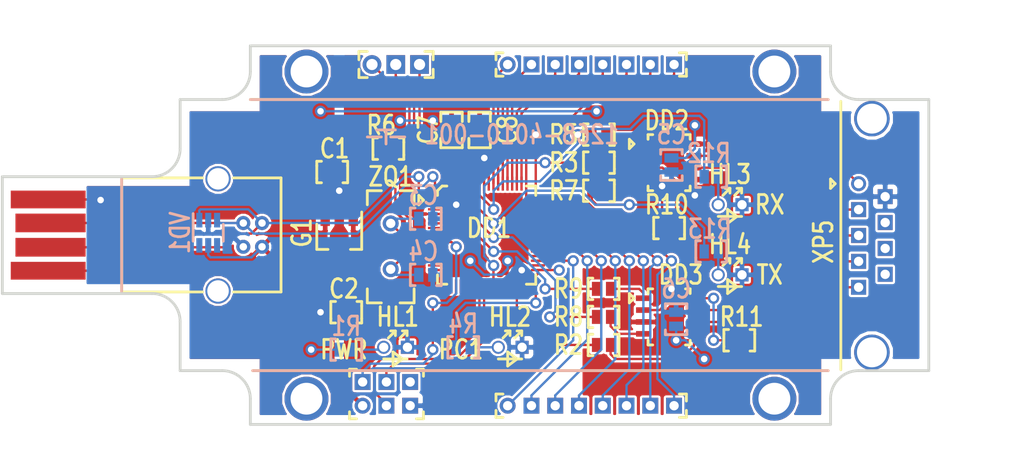
<source format=kicad_pcb>
(kicad_pcb (version 20171130) (host pcbnew "(5.0.0)")
  (layers (0 F.Cu signal) (31 B.Cu signal) (34 B.Paste user hide) (35 F.Paste user hide) (36 B.SilkS user) (37 F.SilkS user) (38 B.Mask user) (39 F.Mask user) (44 Edge.Cuts user))
  (net 0 "")
  (net 1 GND)
  (net 2 5В)
  (net 3 3B)
  (net 4 D+)
  (net 5 PA7)
  (net 6 D-)
  (net 7 "Net-(DD1-Pad47)")
  (net 8 "Net-(DD1-Pad46)")
  (net 9 "Net-(DD1-Pad45)")
  (net 10 "Net-(DD1-Pad5)")
  (net 11 PB7)
  (net 12 "Net-(DD1-Pad6)")
  (net 13 PB6)
  (net 14 "Net-(DD1-Pad7)")
  (net 15 PB5)
  (net 16 "Net-(DD1-Pad8)")
  (net 17 "Net-(DD1-Pad9)")
  (net 18 RESET)
  (net 19 PB4)
  (net 20 PB3)
  (net 21 PB2)
  (net 22 "Net-(DD1-Pad13)")
  (net 23 PB1)
  (net 24 "Net-(DD1-Pad14)")
  (net 25 PB0)
  (net 26 "Net-(DD1-Pad15)")
  (net 27 "Net-(DD1-Pad34)")
  (net 28 "Net-(DD1-Pad16)")
  (net 29 "Net-(DD1-Pad33)")
  (net 30 "Net-(DD1-Pad17)")
  (net 31 "Net-(DD1-Pad18)")
  (net 32 "Net-(DD1-Pad19)")
  (net 33 "Net-(DD1-Pad20)")
  (net 34 "Net-(DD1-Pad21)")
  (net 35 "Net-(DD1-Pad22)")
  (net 36 TMS)
  (net 37 TCK)
  (net 38 "Net-(DD1-Pad25)")
  (net 39 "Net-(DD1-Pad26)")
  (net 40 "Net-(DD1-Pad27)")
  (net 41 "Net-(DD1-Pad28)")
  (net 42 "Net-(DD1-Pad31)")
  (net 43 "Net-(DD1-Pad32)")
  (net 44 "Net-(DD1-Pad64)")
  (net 45 "Net-(DD1-Pad63)")
  (net 46 "Net-(DD1-Pad62)")
  (net 47 "Net-(DD1-Pad61)")
  (net 48 "Net-(DD1-Pad60)")
  (net 49 "Net-(DD1-Pad59)")
  (net 50 "Net-(DD1-Pad58)")
  (net 51 PA0)
  (net 52 PA1)
  (net 53 PA2)
  (net 54 PA3)
  (net 55 PA4)
  (net 56 PA5)
  (net 57 PA6)
  (net 58 U2RX)
  (net 59 PE1-RSen)
  (net 60 U2TX)
  (net 61 B)
  (net 62 A)
  (net 63 PE2-CANen)
  (net 64 L)
  (net 65 H)
  (net 66 "Net-(DD3-Pad8)")
  (net 67 C2RX)
  (net 68 C2TX)
  (net 69 "Net-(HL1-Pad1)")
  (net 70 "Net-(HL2-Pad1)")
  (net 71 "Net-(VD1-Pad6)")
  (net 72 "Net-(VD1-Pad4)")
  (net 73 "Net-(XP2-Pad6)")
  (net 74 "Net-(HL3-Pad1)")
  (net 75 "Net-(HL4-Pad1)")
  (net 76 /Osc+)
  (net 77 /Osc-)
  (module N_X:DSUB-9_Female_Horizontal_P2.77x2.84mm_EdgePinOffset7.70mm_Housed_MountingHolesOffset9.12mm (layer F.Cu) (at 209.5 118.25 90)
    (fp_text reference XP5 (at -6.21 -3.76 90) (layer F.SilkS) (effects (font (size 2 1.6) (thickness 0.3))))
    (fp_text value Вилка_СНП346-6ВП21-1-В hide)
    (pad 0 thru_hole circle (at 6.96 1.42 90) (size 3.8 3.8) (drill 3.2) (layers *.Cu *.Mask))
    (pad 0 thru_hole circle (at -18.04 1.42 90) (size 3.8 3.8) (drill 3.2) (layers *.Cu *.Mask))
    (pad 9 thru_hole rect (at -9.695 2.84 90) (size 1.6 1.6) (drill 1) (layers *.Cu *.Mask))
    (pad 8 thru_hole rect (at -6.925 2.84 90) (size 1.6 1.6) (drill 1) (layers *.Cu *.Mask))
    (pad 7 thru_hole rect (at -4.155 2.84 90) (size 1.6 1.6) (drill 1) (layers *.Cu *.Mask))
    (pad 6 thru_hole rect (at -1.385 2.84 90) (size 1.6 1.6) (drill 1) (layers *.Cu *.Mask) (net 1 GND))
    (pad 5 thru_hole rect (at -11.08 0 90) (size 1.6 1.6) (drill 1) (layers *.Cu *.Mask) (net 64 L))
    (pad 4 thru_hole rect (at -8.31 0 90) (size 1.6 1.6) (drill 1) (layers *.Cu *.Mask) (net 65 H))
    (pad 3 thru_hole rect (at -5.54 0 90) (size 1.6 1.6) (drill 1) (layers *.Cu *.Mask) (net 62 A))
    (pad 2 thru_hole rect (at -2.77 0 90) (size 1.6 1.6) (drill 1) (layers *.Cu *.Mask) (net 61 B))
    (pad 1 thru_hole circle (at 0 0 90) (size 1.6 1.6) (drill 1) (layers *.Cu *.Mask) (net 2 5В))
  )
  (module N_DD:SOT-23-6_Handsoldering (layer B.Cu) (at 140 123.5 270)
    (fp_text reference VD1 (at 0 3 270) (layer B.SilkS) (effects (font (size 2 1.6) (thickness 0.3)) (justify mirror)))
    (fp_text value ОТК_SP0504S)
    (pad 1 smd rect (at -1.35 0.95 270) (size 1.56 0.65) (layers B.Cu B.Paste B.Mask) (net 6 D-))
    (pad 2 smd rect (at -1.35 0 270) (size 1.56 0.65) (layers B.Cu B.Paste B.Mask) (net 1 GND))
    (pad 3 smd rect (at -1.35 -0.95 270) (size 1.56 0.65) (layers B.Cu B.Paste B.Mask) (net 4 D+))
    (pad 4 smd rect (at 1.35 -0.95 270) (size 1.56 0.65) (layers B.Cu B.Paste B.Mask) (net 72 "Net-(VD1-Pad4)"))
    (pad 6 smd rect (at 1.35 0.95 270) (size 1.56 0.65) (layers B.Cu B.Paste B.Mask) (net 71 "Net-(VD1-Pad6)"))
    (pad 5 smd rect (at 1.35 0 270) (size 1.56 0.65) (layers B.Cu B.Paste B.Mask) (net 2 5В))
  )
  (module N_VD_HL:LED_D3.0mm (layer F.Cu) (at 158.75 135.75)
    (fp_text reference HL1 (at 1.5 -3.25) (layer F.SilkS) (effects (font (size 2 1.6) (thickness 0.3))))
    (fp_text value Светодиод)
    (pad 1 thru_hole circle (at 0 0) (size 1.4 1.4) (drill 1) (layers *.Cu *.Mask) (net 69 "Net-(HL1-Pad1)"))
    (pad 2 thru_hole rect (at 2.54 0) (size 1.4 1.4) (drill 1) (layers *.Cu *.Mask) (net 1 GND))
  )
  (module N_VD_HL:LED_D3.0mm (layer F.Cu) (at 171 135.75)
    (fp_text reference HL2 (at 1.25 -3.25) (layer F.SilkS) (effects (font (size 2 1.6) (thickness 0.3))))
    (fp_text value Светодиод)
    (pad 1 thru_hole circle (at 0 0) (size 1.4 1.4) (drill 1) (layers *.Cu *.Mask) (net 70 "Net-(HL2-Pad1)"))
    (pad 2 thru_hole rect (at 2.54 0) (size 1.4 1.4) (drill 1) (layers *.Cu *.Mask) (net 1 GND))
  )
  (module N_VD_HL:LED_D3.0mm (layer F.Cu) (at 194.5 120.5)
    (fp_text reference HL3 (at 1.25 -3.25) (layer F.SilkS) (effects (font (size 2 1.6) (thickness 0.3))))
    (fp_text value Светодиод hide)
    (pad 1 thru_hole circle (at 0 0) (size 1.4 1.4) (drill 1) (layers *.Cu *.Mask) (net 74 "Net-(HL3-Pad1)"))
    (pad 2 thru_hole rect (at 2.54 0) (size 1.4 1.4) (drill 1) (layers *.Cu *.Mask) (net 1 GND))
  )
  (module N_VD_HL:LED_D3.0mm (layer F.Cu) (at 194.5 128)
    (fp_text reference HL4 (at 1.25 -3.25) (layer F.SilkS) (effects (font (size 2 1.6) (thickness 0.3))))
    (fp_text value Светодиод hide)
    (pad 1 thru_hole circle (at 0 0) (size 1.4 1.4) (drill 1) (layers *.Cu *.Mask) (net 75 "Net-(HL4-Pad1)"))
    (pad 2 thru_hole rect (at 2.54 0) (size 1.4 1.4) (drill 1) (layers *.Cu *.Mask) (net 1 GND))
  )
  (module N_X:USB_B (layer F.Cu) (at 145.75 125 180)
    (fp_text reference XP6)
    (fp_text value Вилка_СНП346-4ВП21-1-В hide)
    (pad 5 thru_hole circle (at 4.7 -4.73 90) (size 2.7 2.7) (drill 2.3) (layers *.Cu *.Mask))
    (pad 5 thru_hole circle (at 4.7 7.27 90) (size 2.7 2.7) (drill 2.3) (layers *.Cu *.Mask))
    (pad 3 thru_hole circle (at 2 2.54 90) (size 1.5 1.5) (drill 0.8) (layers *.Cu *.Mask) (net 4 D+))
    (pad 4 thru_hole circle (at 2 0 90) (size 1.5 1.5) (drill 0.8) (layers *.Cu *.Mask) (net 1 GND))
    (pad 1 thru_hole circle (at 0 0 90) (size 1.5 1.5) (drill 0.8) (layers *.Cu *.Mask) (net 2 5В))
    (pad 2 thru_hole circle (at 0 2.54 90) (size 1.5 1.5) (drill 0.8) (layers *.Cu *.Mask) (net 6 D-))
  )
  (module N_RLC:Конденсатор_SMD_0603 (layer F.Cu) (at 190 123 180)
    (fp_text reference R10 (at 1 2.5) (layer F.SilkS) (effects (font (size 2 1.6) (thickness 0.3))))
    (fp_text value "20 кОм" hide)
    (pad 2 smd rect (at 1.5 0 180) (size 1 1.5) (layers F.Cu F.Paste F.Mask) (net 1 GND) (clearance 0.2))
    (pad 1 smd rect (at 0 0 180) (size 1 1.5) (layers F.Cu F.Paste F.Mask) (net 59 PE1-RSen) (clearance 0.2))
  )
  (module N_RLC:Конденсатор_SMD_0603 (layer F.Cu) (at 196 135)
    (fp_text reference R11 (at 1 -2.5) (layer F.SilkS) (effects (font (size 2 1.6) (thickness 0.3))))
    (fp_text value "24 Ом" hide)
    (pad 2 smd rect (at 1.5 0) (size 1 1.5) (layers F.Cu F.Paste F.Mask) (net 2 5В) (clearance 0.2))
    (pad 1 smd rect (at 0 0) (size 1 1.5) (layers F.Cu F.Paste F.Mask) (net 66 "Net-(DD3-Pad8)") (clearance 0.2))
  )
  (module N_RLC:Конденсатор_SMD_0805 (layer F.Cu) (at 169 111.5 270)
    (fp_text reference C8 (at 1 -3 270) (layer F.SilkS) (effects (font (size 2 1.6) (thickness 0.3))))
    (fp_text value 16В-10мкФ hide)
    (pad 1 smd rect (at 0 0 270) (size 1 1.5) (layers F.Cu F.Paste F.Mask) (net 3 3B) (clearance 0.2))
    (pad 2 smd rect (at 2 0 270) (size 1 1.5) (layers F.Cu F.Paste F.Mask) (net 1 GND) (clearance 0.2))
  )
  (module N_RLC:Конденсатор_SMD_0805 (layer F.Cu) (at 166 111.5 270)
    (fp_text reference C7 (at 1 2.5 270) (layer F.SilkS) (effects (font (size 2 1.6) (thickness 0.3))))
    (fp_text value 16В-10мкФ hide)
    (pad 1 smd rect (at 0 0 270) (size 1 1.5) (layers F.Cu F.Paste F.Mask) (net 3 3B) (clearance 0.2))
    (pad 2 smd rect (at 2 0 270) (size 1 1.5) (layers F.Cu F.Paste F.Mask) (net 1 GND) (clearance 0.2))
  )
  (module N_DD:SO-8_RS485_CAN_Milandr_OTK (layer F.Cu) (at 186.5 130.5)
    (fp_text reference DD3 (at 4 -2.5) (layer F.SilkS) (effects (font (size 2 1.6) (thickness 0.3))))
    (fp_text value 5559ИН14 hide)
    (pad 1 smd rect (at 0 0) (size 1.6 0.6) (layers F.Cu F.Paste F.Mask) (net 68 C2TX))
    (pad 2 smd rect (at 0 1.27) (size 1.56 0.6) (layers F.Cu F.Paste F.Mask) (net 1 GND))
    (pad 3 smd rect (at 0 2.54) (size 1.6 0.6) (layers F.Cu F.Paste F.Mask) (net 2 5В))
    (pad 4 smd rect (at 0 3.81) (size 1.56 0.6) (layers F.Cu F.Paste F.Mask) (net 67 C2RX))
    (pad 5 smd rect (at 5.4 3.81) (size 1.6 0.6) (layers F.Cu F.Paste F.Mask) (net 63 PE2-CANen))
    (pad 6 smd rect (at 5.4 2.54) (size 1.6 0.6) (layers F.Cu F.Paste F.Mask) (net 64 L))
    (pad 7 smd rect (at 5.4 1.27) (size 1.6 0.6) (layers F.Cu F.Paste F.Mask) (net 65 H))
    (pad 8 smd rect (at 5.4 0) (size 1.6 0.6) (layers F.Cu F.Paste F.Mask) (net 66 "Net-(DD3-Pad8)"))
  )
  (module N_DD:SO-8_RS485_CAN_Milandr_OTK (layer F.Cu) (at 186.5 114)
    (fp_text reference DD2 (at 2.5 -2.5) (layer F.SilkS) (effects (font (size 2 1.6) (thickness 0.3))))
    (fp_text value 5559ИН10 hide)
    (pad 1 smd rect (at 0 0) (size 1.6 0.6) (layers F.Cu F.Paste F.Mask) (net 58 U2RX))
    (pad 2 smd rect (at 0 1.27) (size 1.56 0.6) (layers F.Cu F.Paste F.Mask) (net 59 PE1-RSen))
    (pad 3 smd rect (at 0 2.54) (size 1.6 0.6) (layers F.Cu F.Paste F.Mask) (net 59 PE1-RSen))
    (pad 4 smd rect (at 0 3.81) (size 1.56 0.6) (layers F.Cu F.Paste F.Mask) (net 60 U2TX))
    (pad 5 smd rect (at 5.4 3.81) (size 1.6 0.6) (layers F.Cu F.Paste F.Mask) (net 1 GND))
    (pad 6 smd rect (at 5.4 2.54) (size 1.6 0.6) (layers F.Cu F.Paste F.Mask) (net 62 A))
    (pad 7 smd rect (at 5.4 1.27) (size 1.6 0.6) (layers F.Cu F.Paste F.Mask) (net 61 B))
    (pad 8 smd rect (at 5.4 0) (size 1.6 0.6) (layers F.Cu F.Paste F.Mask) (net 2 5В))
  )
  (module N_DD:SOT-89-3_Handsoldering (layer F.Cu) (at 154 123.5 270)
    (fp_text reference G1 (at 0 4 270) (layer F.SilkS) (effects (font (size 2 1.6) (thickness 0.3))))
    (fp_text value "L78L00 SOT-89" hide)
    (pad 1 smd rect (at -1.98 -1.5 180) (size 1 2.5) (layers F.Cu F.Paste F.Mask) (net 3 3B))
    (pad 2 smd rect (at -1.98 0 180) (size 1 2.5) (layers F.Cu F.Paste F.Mask) (net 1 GND))
    (pad 3 smd rect (at -1.98 1.5 180) (size 1 2.5) (layers F.Cu F.Paste F.Mask) (net 2 5В))
    (pad 2 smd rect (at 1.98 0 180) (size 2 4) (layers F.Cu F.Paste F.Mask) (net 1 GND))
    (pad 2 smd trapezoid (at -0.37 0) (size 1.5 0.75) (rect_delta 0 0.5) (layers F.Cu F.Paste F.Mask) (net 1 GND))
  )
  (module OTSTOINIK:Корпус_G403 (layer F.Cu) (at 130.5 148.75)
    (fp_text reference REF** hide)
    (fp_text value Корпус_G403 hide)
    (pad "" thru_hole circle (at 70 -7.5) (size 4.7 4.7) (drill 3.4) (layers *.Cu *.Mask))
    (pad "" thru_hole circle (at 20 -7.5) (size 4.7 4.7) (drill 3.4) (layers *.Cu *.Mask))
    (pad "" thru_hole circle (at 70 -42.5) (size 4.7 4.7) (drill 3.4) (layers *.Cu *.Mask))
    (pad "" thru_hole circle (at 20 -42.5) (size 4.7 4.7) (drill 3.4) (layers *.Cu *.Mask))
  )
  (module N_DD:Микросхема_1986ВЕ92QL (layer F.Cu) (at 158.5 116)
    (fp_text reference DD1 (at 11.5 7) (layer F.SilkS) (effects (font (size 2 1.6) (thickness 0.3))))
    (fp_text value 1986ВЕ92 hide)
    (pad 1 smd rect (at 5.73 3.99) (size 1.5 0.25) (layers F.Cu F.Paste F.Mask) (net 4 D+))
    (pad 48 smd rect (at 16.73 3.99) (size 1.5 0.25) (layers F.Cu F.Paste F.Mask) (net 5 PA7))
    (pad 2 smd rect (at 5.73 4.49) (size 1.5 0.25) (layers F.Cu F.Paste F.Mask) (net 6 D-))
    (pad 47 smd rect (at 16.73 4.49) (size 1.5 0.25) (layers F.Cu F.Paste F.Mask) (net 7 "Net-(DD1-Pad47)"))
    (pad 3 smd rect (at 5.73 4.99) (size 1.5 0.25) (layers F.Cu F.Paste F.Mask) (net 1 GND))
    (pad 46 smd rect (at 16.73 4.99) (size 1.5 0.25) (layers F.Cu F.Paste F.Mask) (net 8 "Net-(DD1-Pad46)"))
    (pad 4 smd rect (at 5.73 5.49) (size 1.5 0.25) (layers F.Cu F.Paste F.Mask) (net 3 3B))
    (pad 45 smd rect (at 16.73 5.49) (size 1.5 0.25) (layers F.Cu F.Paste F.Mask) (net 9 "Net-(DD1-Pad45)"))
    (pad 5 smd rect (at 5.73 5.99) (size 1.5 0.25) (layers F.Cu F.Paste F.Mask) (net 10 "Net-(DD1-Pad5)"))
    (pad 44 smd rect (at 16.73 5.99) (size 1.5 0.25) (layers F.Cu F.Paste F.Mask) (net 11 PB7))
    (pad 6 smd rect (at 5.73 6.49) (size 1.5 0.25) (layers F.Cu F.Paste F.Mask) (net 12 "Net-(DD1-Pad6)"))
    (pad 43 smd rect (at 16.73 6.49) (size 1.5 0.25) (layers F.Cu F.Paste F.Mask) (net 13 PB6))
    (pad 7 smd rect (at 5.73 6.99) (size 1.5 0.25) (layers F.Cu F.Paste F.Mask) (net 14 "Net-(DD1-Pad7)"))
    (pad 42 smd rect (at 16.73 6.99) (size 1.5 0.25) (layers F.Cu F.Paste F.Mask) (net 15 PB5))
    (pad 8 smd rect (at 5.73 7.49) (size 1.5 0.25) (layers F.Cu F.Paste F.Mask) (net 16 "Net-(DD1-Pad8)"))
    (pad 41 smd rect (at 16.73 7.49) (size 1.5 0.25) (layers F.Cu F.Paste F.Mask) (net 1 GND))
    (pad 9 smd rect (at 5.73 7.99) (size 1.5 0.25) (layers F.Cu F.Paste F.Mask) (net 17 "Net-(DD1-Pad9)"))
    (pad 40 smd rect (at 16.73 7.99) (size 1.5 0.25) (layers F.Cu F.Paste F.Mask) (net 3 3B))
    (pad 10 smd rect (at 5.73 8.49) (size 1.5 0.25) (layers F.Cu F.Paste F.Mask) (net 18 RESET))
    (pad 39 smd rect (at 16.73 8.49) (size 1.5 0.25) (layers F.Cu F.Paste F.Mask) (net 19 PB4))
    (pad 11 smd rect (at 5.73 8.99) (size 1.5 0.25) (layers F.Cu F.Paste F.Mask) (net 76 /Osc+))
    (pad 38 smd rect (at 16.73 8.99) (size 1.5 0.25) (layers F.Cu F.Paste F.Mask) (net 20 PB3))
    (pad 12 smd rect (at 5.73 9.49) (size 1.5 0.25) (layers F.Cu F.Paste F.Mask) (net 77 /Osc-))
    (pad 37 smd rect (at 16.73 9.49) (size 1.5 0.25) (layers F.Cu F.Paste F.Mask) (net 21 PB2))
    (pad 13 smd rect (at 5.73 9.99) (size 1.5 0.25) (layers F.Cu F.Paste F.Mask) (net 22 "Net-(DD1-Pad13)"))
    (pad 36 smd rect (at 16.73 9.99) (size 1.5 0.25) (layers F.Cu F.Paste F.Mask) (net 23 PB1))
    (pad 14 smd rect (at 5.73 10.49) (size 1.5 0.25) (layers F.Cu F.Paste F.Mask) (net 24 "Net-(DD1-Pad14)"))
    (pad 35 smd rect (at 16.73 10.49) (size 1.5 0.25) (layers F.Cu F.Paste F.Mask) (net 25 PB0))
    (pad 15 smd rect (at 5.73 10.99) (size 1.5 0.25) (layers F.Cu F.Paste F.Mask) (net 26 "Net-(DD1-Pad15)"))
    (pad 34 smd rect (at 16.73 10.99) (size 1.5 0.25) (layers F.Cu F.Paste F.Mask) (net 27 "Net-(DD1-Pad34)"))
    (pad 16 smd rect (at 5.73 11.49) (size 1.5 0.25) (layers F.Cu F.Paste F.Mask) (net 28 "Net-(DD1-Pad16)"))
    (pad 33 smd rect (at 16.73 11.49) (size 1.5 0.25) (layers F.Cu F.Paste F.Mask) (net 29 "Net-(DD1-Pad33)"))
    (pad 17 smd rect (at 7.48 13.24) (size 0.25 1.5) (layers F.Cu F.Paste F.Mask) (net 30 "Net-(DD1-Pad17)"))
    (pad 18 smd rect (at 7.98 13.24) (size 0.25 1.5) (layers F.Cu F.Paste F.Mask) (net 31 "Net-(DD1-Pad18)"))
    (pad 19 smd rect (at 8.48 13.24) (size 0.25 1.5) (layers F.Cu F.Paste F.Mask) (net 32 "Net-(DD1-Pad19)"))
    (pad 20 smd rect (at 8.98 13.24) (size 0.25 1.5) (layers F.Cu F.Paste F.Mask) (net 33 "Net-(DD1-Pad20)"))
    (pad 21 smd rect (at 9.48 13.24) (size 0.25 1.5) (layers F.Cu F.Paste F.Mask) (net 34 "Net-(DD1-Pad21)"))
    (pad 22 smd rect (at 9.98 13.24) (size 0.25 1.5) (layers F.Cu F.Paste F.Mask) (net 35 "Net-(DD1-Pad22)"))
    (pad 23 smd rect (at 10.48 13.24) (size 0.25 1.5) (layers F.Cu F.Paste F.Mask) (net 36 TMS))
    (pad 24 smd rect (at 10.98 13.24) (size 0.25 1.5) (layers F.Cu F.Paste F.Mask) (net 37 TCK))
    (pad 25 smd rect (at 11.48 13.24) (size 0.25 1.5) (layers F.Cu F.Paste F.Mask) (net 38 "Net-(DD1-Pad25)"))
    (pad 26 smd rect (at 11.98 13.24) (size 0.25 1.5) (layers F.Cu F.Paste F.Mask) (net 39 "Net-(DD1-Pad26)"))
    (pad 27 smd rect (at 12.48 13.24) (size 0.25 1.5) (layers F.Cu F.Paste F.Mask) (net 40 "Net-(DD1-Pad27)"))
    (pad 28 smd rect (at 12.98 13.24) (size 0.25 1.5) (layers F.Cu F.Paste F.Mask) (net 41 "Net-(DD1-Pad28)"))
    (pad 29 smd rect (at 13.48 13.24) (size 0.25 1.5) (layers F.Cu F.Paste F.Mask) (net 3 3B))
    (pad 30 smd rect (at 13.98 13.24) (size 0.25 1.5) (layers F.Cu F.Paste F.Mask) (net 1 GND))
    (pad 31 smd rect (at 14.48 13.24) (size 0.25 1.5) (layers F.Cu F.Paste F.Mask) (net 42 "Net-(DD1-Pad31)"))
    (pad 32 smd rect (at 14.98 13.24) (size 0.25 1.5) (layers F.Cu F.Paste F.Mask) (net 43 "Net-(DD1-Pad32)"))
    (pad 64 smd rect (at 7.48 2.24) (size 0.25 1.5) (layers F.Cu F.Paste F.Mask) (net 44 "Net-(DD1-Pad64)"))
    (pad 63 smd rect (at 7.98 2.24) (size 0.25 1.5) (layers F.Cu F.Paste F.Mask) (net 45 "Net-(DD1-Pad63)"))
    (pad 62 smd rect (at 8.48 2.24) (size 0.25 1.5) (layers F.Cu F.Paste F.Mask) (net 46 "Net-(DD1-Pad62)"))
    (pad 61 smd rect (at 8.98 2.24) (size 0.25 1.5) (layers F.Cu F.Paste F.Mask) (net 47 "Net-(DD1-Pad61)"))
    (pad 60 smd rect (at 9.48 2.24) (size 0.25 1.5) (layers F.Cu F.Paste F.Mask) (net 48 "Net-(DD1-Pad60)"))
    (pad 59 smd rect (at 9.98 2.24) (size 0.25 1.5) (layers F.Cu F.Paste F.Mask) (net 49 "Net-(DD1-Pad59)"))
    (pad 58 smd rect (at 10.48 2.24) (size 0.25 1.5) (layers F.Cu F.Paste F.Mask) (net 50 "Net-(DD1-Pad58)"))
    (pad 57 smd rect (at 10.98 2.24) (size 0.25 1.5) (layers F.Cu F.Paste F.Mask) (net 3 3B))
    (pad 56 smd rect (at 11.48 2.24) (size 0.25 1.5) (layers F.Cu F.Paste F.Mask) (net 1 GND))
    (pad 55 smd rect (at 11.98 2.24) (size 0.25 1.5) (layers F.Cu F.Paste F.Mask) (net 51 PA0))
    (pad 54 smd rect (at 12.48 2.24) (size 0.25 1.5) (layers F.Cu F.Paste F.Mask) (net 52 PA1))
    (pad 53 smd rect (at 12.98 2.24) (size 0.25 1.5) (layers F.Cu F.Paste F.Mask) (net 53 PA2))
    (pad 52 smd rect (at 13.48 2.24) (size 0.25 1.5) (layers F.Cu F.Paste F.Mask) (net 54 PA3))
    (pad 51 smd rect (at 13.98 2.24) (size 0.25 1.5) (layers F.Cu F.Paste F.Mask) (net 55 PA4))
    (pad 50 smd rect (at 14.48 2.24) (size 0.25 1.5) (layers F.Cu F.Paste F.Mask) (net 56 PA5))
    (pad 49 smd rect (at 14.98 2.24) (size 0.25 1.5) (layers F.Cu F.Paste F.Mask) (net 57 PA6))
  )
  (module N_X:Вилка_PLD6_вертикальная (layer F.Cu) (at 156.5 142)
    (fp_text reference XP2 hide)
    (fp_text value Вилка_СНП346-6ВП21-1-В hide)
    (pad 1 thru_hole circle (at 0 0) (size 1.7 1.7) (drill 1) (layers *.Cu *.Mask) (net 3 3B))
    (pad 3 thru_hole rect (at 2.54 0) (size 1.7 1.7) (drill 1) (layers *.Cu *.Mask) (net 36 TMS))
    (pad 5 thru_hole rect (at 5.08 0) (size 1.7 1.7) (drill 1) (layers *.Cu *.Mask) (net 1 GND))
    (pad 2 thru_hole rect (at 0 -2.54) (size 1.7 1.7) (drill 1) (layers *.Cu *.Mask) (net 18 RESET))
    (pad 4 thru_hole rect (at 2.54 -2.54) (size 1.7 1.7) (drill 1) (layers *.Cu *.Mask) (net 37 TCK))
    (pad 6 thru_hole rect (at 5.08 -2.54) (size 1.7 1.7) (drill 1) (layers *.Cu *.Mask) (net 73 "Net-(XP2-Pad6)"))
  )
  (module "N_RLC:Резонатор_РК456МДУ(DIP)" (layer F.Cu) (at 159.5 122.5 270)
    (fp_text reference ZQ1 (at -5 0 180) (layer F.SilkS) (effects (font (size 2 1.6) (thickness 0.3))))
    (fp_text value РК456МДУ hide)
    (pad 2 thru_hole circle (at 4.9 0 270) (size 1.7 1.7) (drill 1) (layers *.Cu *.Mask) (net 77 /Osc-))
    (pad 1 thru_hole circle (at 0 0 270) (size 1.7 1.7) (drill 1) (layers *.Cu *.Mask) (net 76 /Osc+))
  )
  (module N_RLC:Конденсатор_SMD_0603 (layer F.Cu) (at 152.5 117)
    (fp_text reference C1 (at 1 -2.5) (layer F.SilkS) (effects (font (size 2 1.6) (thickness 0.3))))
    (fp_text value 25В-0,33мкФ hide)
    (pad 2 smd rect (at 1.5 0) (size 1 1.5) (layers F.Cu F.Paste F.Mask) (net 1 GND) (clearance 0.2))
    (pad 1 smd rect (at 0 0) (size 1 1.5) (layers F.Cu F.Paste F.Mask) (net 2 5В) (clearance 0.2))
  )
  (module N_RLC:Конденсатор_SMD_0603 (layer F.Cu) (at 155.5 132 180)
    (fp_text reference C2 (at 1 2.5) (layer F.SilkS) (effects (font (size 2 1.6) (thickness 0.3))))
    (fp_text value 25В-0,1мкФ hide)
    (pad 1 smd rect (at 0 0 180) (size 1 1.5) (layers F.Cu F.Paste F.Mask) (net 3 3B) (clearance 0.2))
    (pad 2 smd rect (at 1.5 0 180) (size 1 1.5) (layers F.Cu F.Paste F.Mask) (net 1 GND) (clearance 0.2))
  )
  (module N_RLC:Конденсатор_SMD_0603 (layer B.Cu) (at 164 122 180)
    (fp_text reference C3 (at 1 2.5) (layer B.SilkS) (effects (font (size 2 1.6) (thickness 0.3)) (justify mirror)))
    (fp_text value 12пФ)
    (pad 2 smd rect (at 1.5 0 180) (size 1 1.5) (layers B.Cu B.Paste B.Mask) (net 76 /Osc+) (clearance 0.2))
    (pad 1 smd rect (at 0 0 180) (size 1 1.5) (layers B.Cu B.Paste B.Mask) (net 1 GND) (clearance 0.2))
  )
  (module N_RLC:Конденсатор_SMD_0603 (layer B.Cu) (at 164 128 180)
    (fp_text reference C4 (at 1 2.5) (layer B.SilkS) (effects (font (size 2 1.6) (thickness 0.3)) (justify mirror)))
    (fp_text value 12пФ)
    (pad 1 smd rect (at 0 0 180) (size 1 1.5) (layers B.Cu B.Paste B.Mask) (net 1 GND) (clearance 0.2))
    (pad 2 smd rect (at 1.5 0 180) (size 1 1.5) (layers B.Cu B.Paste B.Mask) (net 77 /Osc-) (clearance 0.2))
  )
  (module N_RLC:Конденсатор_SMD_0603 (layer B.Cu) (at 189.5 115.5 270)
    (fp_text reference C5 (at -2.5 0) (layer B.SilkS) (effects (font (size 2 1.6) (thickness 0.3)) (justify mirror)))
    (fp_text value 25В-1,5мкФ hide)
    (pad 2 smd rect (at 1.5 0 270) (size 1 1.5) (layers B.Cu B.Paste B.Mask) (net 1 GND) (clearance 0.2))
    (pad 1 smd rect (at 0 0 270) (size 1 1.5) (layers B.Cu B.Paste B.Mask) (net 2 5В) (clearance 0.2))
  )
  (module N_RLC:Конденсатор_SMD_0603 (layer B.Cu) (at 190 133.5 90)
    (fp_text reference C6 (at 4 0 180) (layer B.SilkS) (effects (font (size 2 1.6) (thickness 0.3)) (justify mirror)))
    (fp_text value 25В-1,5мкФ hide)
    (pad 1 smd rect (at 0 0 90) (size 1 1.5) (layers B.Cu B.Paste B.Mask) (net 2 5В) (clearance 0.2))
    (pad 2 smd rect (at 1.5 0 90) (size 1 1.5) (layers B.Cu B.Paste B.Mask) (net 1 GND) (clearance 0.2))
  )
  (module N_X:USB_PLUG (layer F.Cu) (at 118 123.75 270)
    (fp_text reference XP1 hide)
    (fp_text value Вилка_СНП346-4ВП21-1-В hide)
    (pad 1 connect rect (at 3.81 -4.9 270) (size 1.9 8) (layers F.Cu F.Mask) (net 2 5В))
    (pad 4 connect rect (at -3.81 -4.9 270) (size 1.9 8) (layers F.Cu F.Mask) (net 1 GND))
    (pad 3 connect rect (at -1.3 -5.15 270) (size 2 7.5) (layers F.Cu F.Mask) (net 4 D+))
    (pad 2 connect rect (at 1.3 -5.15 270) (size 2 7.5) (layers F.Cu F.Mask) (net 6 D-))
  )
  (module N_X:Вилка_PLS8_вертикальная (layer F.Cu) (at 172 142)
    (fp_text reference XP3 hide)
    (fp_text value Вилка_СНП346-8ВП21-1-В hide)
    (pad 8 thru_hole rect (at 17.78 0) (size 1.7 1.7) (drill 1) (layers *.Cu *.Mask) (net 11 PB7))
    (pad 7 thru_hole rect (at 15.24 0) (size 1.7 1.7) (drill 1) (layers *.Cu *.Mask) (net 13 PB6))
    (pad 6 thru_hole rect (at 12.7 0) (size 1.7 1.7) (drill 1) (layers *.Cu *.Mask) (net 15 PB5))
    (pad 5 thru_hole rect (at 10.16 0) (size 1.7 1.7) (drill 1) (layers *.Cu *.Mask) (net 19 PB4))
    (pad 4 thru_hole rect (at 7.62 0) (size 1.7 1.7) (drill 1) (layers *.Cu *.Mask) (net 20 PB3))
    (pad 3 thru_hole rect (at 5.08 0) (size 1.7 1.7) (drill 1) (layers *.Cu *.Mask) (net 21 PB2))
    (pad 2 thru_hole rect (at 2.54 0) (size 1.7 1.7) (drill 1) (layers *.Cu *.Mask) (net 23 PB1))
    (pad 1 thru_hole circle (at 0 0) (size 1.7 1.7) (drill 1) (layers *.Cu *.Mask) (net 25 PB0))
  )
  (module N_X:Вилка_PLS8_вертикальная (layer F.Cu) (at 172 105.5)
    (fp_text reference XP4 hide)
    (fp_text value Вилка_СНП346-8ВП21-1-В hide)
    (pad 1 thru_hole circle (at 0 0) (size 1.7 1.7) (drill 1) (layers *.Cu *.Mask) (net 51 PA0))
    (pad 2 thru_hole rect (at 2.54 0) (size 1.7 1.7) (drill 1) (layers *.Cu *.Mask) (net 52 PA1))
    (pad 3 thru_hole rect (at 5.08 0) (size 1.7 1.7) (drill 1) (layers *.Cu *.Mask) (net 53 PA2))
    (pad 4 thru_hole rect (at 7.62 0) (size 1.7 1.7) (drill 1) (layers *.Cu *.Mask) (net 54 PA3))
    (pad 5 thru_hole rect (at 10.16 0) (size 1.7 1.7) (drill 1) (layers *.Cu *.Mask) (net 55 PA4))
    (pad 6 thru_hole rect (at 12.7 0) (size 1.7 1.7) (drill 1) (layers *.Cu *.Mask) (net 56 PA5))
    (pad 7 thru_hole rect (at 15.24 0) (size 1.7 1.7) (drill 1) (layers *.Cu *.Mask) (net 57 PA6))
    (pad 8 thru_hole rect (at 17.78 0) (size 1.7 1.7) (drill 1) (layers *.Cu *.Mask) (net 5 PA7))
  )
  (module N_RLC:Конденсатор_SMD_0603 (layer B.Cu) (at 155.5 136 180)
    (fp_text reference R1 (at 0.75 2.5) (layer B.SilkS) (effects (font (size 2 1.6) (thickness 0.3)) (justify mirror)))
    (fp_text value "100 Ом" hide)
    (pad 1 smd rect (at 0 0 180) (size 1 1.5) (layers B.Cu B.Paste B.Mask) (net 69 "Net-(HL1-Pad1)") (clearance 0.2))
    (pad 2 smd rect (at 1.5 0 180) (size 1 1.5) (layers B.Cu B.Paste B.Mask) (net 2 5В) (clearance 0.2))
  )
  (module N_RLC:Конденсатор_SMD_0603 (layer F.Cu) (at 183 135.5 180)
    (fp_text reference R2 (at 4.5 0) (layer F.SilkS) (effects (font (size 2 1.6) (thickness 0.3))))
    (fp_text value "240 Ом" hide)
    (pad 1 smd rect (at 0 0 180) (size 1 1.5) (layers F.Cu F.Paste F.Mask) (net 63 PE2-CANen) (clearance 0.2))
    (pad 2 smd rect (at 1.5 0 180) (size 1 1.5) (layers F.Cu F.Paste F.Mask) (net 42 "Net-(DD1-Pad31)") (clearance 0.2))
  )
  (module N_RLC:Конденсатор_SMD_0603 (layer F.Cu) (at 182.5 116 180)
    (fp_text reference R3 (at 4.5 0 180) (layer F.SilkS) (effects (font (size 2 1.6) (thickness 0.3))))
    (fp_text value "240 Ом" hide)
    (pad 2 smd rect (at 1.5 0 180) (size 1 1.5) (layers F.Cu F.Paste F.Mask) (net 39 "Net-(DD1-Pad26)") (clearance 0.2))
    (pad 1 smd rect (at 0 0 180) (size 1 1.5) (layers F.Cu F.Paste F.Mask) (net 59 PE1-RSen) (clearance 0.2))
  )
  (module N_RLC:Конденсатор_SMD_0603 (layer B.Cu) (at 168 135.75 180)
    (fp_text reference R4 (at 0.75 2.5) (layer B.SilkS) (effects (font (size 2 1.6) (thickness 0.3)) (justify mirror)))
    (fp_text value "15 Ом" hide)
    (pad 1 smd rect (at 0 0 180) (size 1 1.5) (layers B.Cu B.Paste B.Mask) (net 70 "Net-(HL2-Pad1)") (clearance 0.2))
    (pad 2 smd rect (at 1.5 0 180) (size 1 1.5) (layers B.Cu B.Paste B.Mask) (net 29 "Net-(DD1-Pad33)") (clearance 0.2))
  )
  (module N_RLC:Конденсатор_SMD_0603 (layer F.Cu) (at 181 113)
    (fp_text reference R5 (at -3 0) (layer F.SilkS) (effects (font (size 2 1.6) (thickness 0.3))))
    (fp_text value "240 Ом" hide)
    (pad 1 smd rect (at 0 0) (size 1 1.5) (layers F.Cu F.Paste F.Mask) (net 50 "Net-(DD1-Pad58)") (clearance 0.2))
    (pad 2 smd rect (at 1.5 0) (size 1 1.5) (layers F.Cu F.Paste F.Mask) (net 58 U2RX) (clearance 0.2))
  )
  (module N_RLC:Конденсатор_SMD_0603 (layer F.Cu) (at 160 114.5 180)
    (fp_text reference R6 (at 1.5 2.5 180) (layer F.SilkS) (effects (font (size 2 1.6) (thickness 0.3))))
    (fp_text value "20 кОм" hide)
    (pad 1 smd rect (at 0 0 180) (size 1 1.5) (layers F.Cu F.Paste F.Mask) (net 18 RESET) (clearance 0.2))
    (pad 2 smd rect (at 1.5 0 180) (size 1 1.5) (layers F.Cu F.Paste F.Mask) (net 3 3B) (clearance 0.2))
  )
  (module N_RLC:Конденсатор_SMD_0603 (layer F.Cu) (at 181 119)
    (fp_text reference R7 (at -3 0) (layer F.SilkS) (effects (font (size 2 1.6) (thickness 0.3))))
    (fp_text value "240 Ом" hide)
    (pad 2 smd rect (at 1.5 0) (size 1 1.5) (layers F.Cu F.Paste F.Mask) (net 60 U2TX) (clearance 0.2))
    (pad 1 smd rect (at 0 0) (size 1 1.5) (layers F.Cu F.Paste F.Mask) (net 49 "Net-(DD1-Pad59)") (clearance 0.2))
  )
  (module N_RLC:Конденсатор_SMD_0603 (layer F.Cu) (at 181.5 132.5)
    (fp_text reference R8 (at -3 0) (layer F.SilkS) (effects (font (size 2 1.6) (thickness 0.3))))
    (fp_text value "240 Ом" hide)
    (pad 1 smd rect (at 0 0) (size 1 1.5) (layers F.Cu F.Paste F.Mask) (net 48 "Net-(DD1-Pad60)") (clearance 0.2))
    (pad 2 smd rect (at 1.5 0) (size 1 1.5) (layers F.Cu F.Paste F.Mask) (net 67 C2RX) (clearance 0.2))
  )
  (module N_RLC:Конденсатор_SMD_0603 (layer F.Cu) (at 181.5 129.5)
    (fp_text reference R9 (at -3 0) (layer F.SilkS) (effects (font (size 2 1.6) (thickness 0.3))))
    (fp_text value "240 Ом" hide)
    (pad 2 smd rect (at 1.5 0) (size 1 1.5) (layers F.Cu F.Paste F.Mask) (net 68 C2TX) (clearance 0.2))
    (pad 1 smd rect (at 0 0) (size 1 1.5) (layers F.Cu F.Paste F.Mask) (net 47 "Net-(DD1-Pad61)") (clearance 0.2))
  )
  (module MOTOR_ICO:Знак_МОТОР_micro (layer B.Cu) (at 159 112.5 180)
    (fp_text reference Ref** hide)
    (fp_text value icon_motor_micro hide)
  )
  (module MOTOR_X:Вилка_СНП346-3ВП21-1-В (layer F.Cu) (at 157.5 105.5 90)
    (fp_text reference XP7 hide)
    (fp_text value Вилка_СНП346-3ВП21-1-В hide)
    (pad 1 thru_hole circle (at 0 0 90) (size 2 2) (drill 1.2) (layers *.Cu *.Mask) (net 44 "Net-(DD1-Pad64)"))
    (pad 2 thru_hole rect (at 0 2.54 90) (size 2 2) (drill 1.2) (layers *.Cu *.Mask) (net 45 "Net-(DD1-Pad63)"))
    (pad 3 thru_hole rect (at 0 5.08 90) (size 2 2) (drill 1.2) (layers *.Cu *.Mask) (net 46 "Net-(DD1-Pad62)"))
  )
  (module N_RLC:Конденсатор_SMD_0603 (layer B.Cu) (at 193 117.5)
    (fp_text reference R12 (at 0.5 -2.5 180) (layer B.SilkS) (effects (font (size 2 1.6) (thickness 0.3)) (justify mirror)))
    (fp_text value "15 Ом" hide)
    (pad 2 smd rect (at 1.5 0) (size 1 1.5) (layers B.Cu B.Paste B.Mask) (net 74 "Net-(HL3-Pad1)") (clearance 0.2))
    (pad 1 smd rect (at 0 0) (size 1 1.5) (layers B.Cu B.Paste B.Mask) (net 50 "Net-(DD1-Pad58)") (clearance 0.2))
  )
  (module N_RLC:Конденсатор_SMD_0603 (layer B.Cu) (at 193 125.5)
    (fp_text reference R13 (at 0.599999 -2.400001 180) (layer B.SilkS) (effects (font (size 2 1.6) (thickness 0.3)) (justify mirror)))
    (fp_text value "15 Ом" hide)
    (pad 1 smd rect (at 0 0) (size 1 1.5) (layers B.Cu B.Paste B.Mask) (net 49 "Net-(DD1-Pad59)") (clearance 0.2))
    (pad 2 smd rect (at 1.5 0) (size 1 1.5) (layers B.Cu B.Paste B.Mask) (net 75 "Net-(HL4-Pad1)") (clearance 0.2))
  )
  (gr_arc (start 209.5 141.25) (end 209.5 138.25) (angle -90) (layer Edge.Cuts) (width 0.3))
  (gr_arc (start 209.5 106.25) (end 206.5 106.25) (angle -90) (layer Edge.Cuts) (width 0.3))
  (gr_arc (start 141.5 141.25) (end 144.5 141.25) (angle -90) (layer Edge.Cuts) (width 0.3))
  (gr_arc (start 141.5 106.25) (end 141.5 109.25) (angle -90) (layer Edge.Cuts) (width 0.3))
  (gr_text TX (at 200 128) (layer F.SilkS) (effects (font (size 2 1.6) (thickness 0.3))))
  (gr_text RX (at 200 120.5) (layer F.SilkS) (effects (font (size 2 1.6) (thickness 0.3))))
  (gr_text PC1 (at 167 136) (layer F.SilkS) (effects (font (size 2 1.6) (thickness 0.3))))
  (gr_text PWR (at 154.5 136) (layer F.SilkS) (effects (font (size 2 1.6) (thickness 0.3))))
  (gr_line (start 130.75 117.75) (end 130.75 129.75) (layer B.SilkS) (width 0.3))
  (gr_line (start 206.25 138.25) (end 144.75 138.25) (layer B.SilkS) (width 0.3))
  (gr_line (start 206.25 138.25) (end 144.75 138.25) (layer F.SilkS) (width 0.3))
  (gr_line (start 206.25 109.25) (end 144.5 109.25) (layer B.SilkS) (width 0.3))
  (gr_line (start 206.25 109.25) (end 144.5 109.25) (layer F.SilkS) (width 0.3))
  (gr_line (start 118 130) (end 118 117.5) (layer Edge.Cuts) (width 0.3))
  (gr_arc (start 134 133) (end 137 133) (angle -90) (layer Edge.Cuts) (width 0.3))
  (gr_arc (start 134 114.5) (end 134 117.5) (angle -90) (layer Edge.Cuts) (width 0.3))
  (gr_line (start 137 109.25) (end 137 114.5) (layer Edge.Cuts) (width 0.3))
  (gr_line (start 141.5 109.25) (end 137 109.25) (layer Edge.Cuts) (width 0.3))
  (gr_line (start 144.5 103.5) (end 144.5 106.25) (layer Edge.Cuts) (width 0.3))
  (gr_line (start 206.5 103.5) (end 144.5 103.5) (layer Edge.Cuts) (width 0.3))
  (gr_line (start 206.5 106.25) (end 206.5 103.5) (layer Edge.Cuts) (width 0.3))
  (gr_line (start 217 109.25) (end 209.5 109.25) (layer Edge.Cuts) (width 0.3))
  (gr_line (start 217 138.25) (end 217 109.25) (layer Edge.Cuts) (width 0.3))
  (gr_line (start 209.5 138.25) (end 217 138.25) (layer Edge.Cuts) (width 0.3))
  (gr_line (start 206.5 144) (end 206.5 141.25) (layer Edge.Cuts) (width 0.3))
  (gr_line (start 144.5 144) (end 206.5 144) (layer Edge.Cuts) (width 0.3))
  (gr_line (start 144.5 141.25) (end 144.5 144) (layer Edge.Cuts) (width 0.3))
  (gr_line (start 137 138.25) (end 141.5 138.25) (layer Edge.Cuts) (width 0.3))
  (gr_line (start 137 133) (end 137 138.25) (layer Edge.Cuts) (width 0.3))
  (gr_line (start 134 117.5) (end 118 117.5) (layer Edge.Cuts) (width 0.3))
  (gr_text 1268-4010-001 (at 173.5 113) (layer B.SilkS) (effects (font (size 2 1.6) (thickness 0.3)) (justify mirror)))
  (gr_line (start 134 130) (end 118 130) (layer Edge.Cuts) (width 0.3))
  (via (at 128.5 120) (size 1.2) (drill 0.7) (layers F.Cu B.Cu) (net 1))
  (segment (start 122.9 119.94) (end 128.44 119.94) (width 0.25) (layer F.Cu) (net 1))
  (segment (start 128.44 119.94) (end 128.5 120) (width 0.25) (layer F.Cu) (net 1))
  (via (at 154 119) (size 1.2) (drill 0.7) (layers F.Cu B.Cu) (net 1))
  (segment (start 154 117) (end 154 119) (width 0.25) (layer F.Cu) (net 1))
  (segment (start 154 119) (end 154 121.52) (width 0.25) (layer F.Cu) (net 1))
  (segment (start 154 121.52) (end 154 125.48) (width 0.25) (layer F.Cu) (net 1))
  (via (at 169.5 115.5) (size 1.2) (drill 0.7) (layers F.Cu B.Cu) (net 1))
  (segment (start 169.98 118.24) (end 169.98 115.98) (width 0.25) (layer F.Cu) (net 1))
  (segment (start 169.98 115.98) (end 169.5 115.5) (width 0.25) (layer F.Cu) (net 1))
  (segment (start 166 113.5) (end 169 113.5) (width 0.25) (layer F.Cu) (net 1))
  (segment (start 169 115) (end 169.5 115.5) (width 0.25) (layer F.Cu) (net 1))
  (segment (start 169 113.5) (end 169 115) (width 0.25) (layer F.Cu) (net 1))
  (via (at 152 132) (size 1.2) (drill 0.7) (layers F.Cu B.Cu) (net 1))
  (segment (start 154 132) (end 152 132) (width 0.25) (layer F.Cu) (net 1))
  (via (at 166.5 120.5) (size 1.2) (drill 0.7) (layers F.Cu B.Cu) (net 1))
  (segment (start 164.23 120.99) (end 166.01 120.99) (width 0.25) (layer F.Cu) (net 1))
  (segment (start 166.01 120.99) (end 166.5 120.5) (width 0.25) (layer F.Cu) (net 1))
  (via (at 173.5 127.5) (size 1.2) (drill 0.7) (layers F.Cu B.Cu) (net 1))
  (segment (start 172.48 127.671472) (end 172.48 128) (width 0.25) (layer F.Cu) (net 1))
  (segment (start 172.651472 127.5) (end 172.48 127.671472) (width 0.25) (layer F.Cu) (net 1))
  (segment (start 173.5 127.5) (end 172.651472 127.5) (width 0.25) (layer F.Cu) (net 1))
  (segment (start 172.48 128) (end 172.48 129.24) (width 0.25) (layer F.Cu) (net 1))
  (via (at 192 119.5) (size 1.2) (drill 0.7) (layers F.Cu B.Cu) (net 1))
  (segment (start 191.9 117.81) (end 191.9 119.4) (width 0.25) (layer F.Cu) (net 1))
  (segment (start 191.9 119.4) (end 192 119.5) (width 0.25) (layer F.Cu) (net 1))
  (via (at 189.5 129.5) (size 1.2) (drill 0.7) (layers F.Cu B.Cu) (net 1))
  (segment (start 186.5 131.77) (end 188.23 131.77) (width 0.25) (layer F.Cu) (net 1))
  (segment (start 188.23 131.77) (end 189.5 130.5) (width 0.25) (layer F.Cu) (net 1))
  (segment (start 189.5 130.5) (end 189.5 129.5) (width 0.25) (layer F.Cu) (net 1))
  (via (at 175 113) (size 1.2) (drill 0.7) (layers F.Cu B.Cu) (net 1))
  (segment (start 173.98001 114.01999) (end 175 113) (width 0.25) (layer F.Cu) (net 1))
  (segment (start 173.98001 123.24001) (end 173.98001 114.01999) (width 0.25) (layer F.Cu) (net 1))
  (segment (start 174.23 123.49) (end 173.98001 123.24001) (width 0.25) (layer F.Cu) (net 1))
  (segment (start 175.23 123.49) (end 174.23 123.49) (width 0.25) (layer F.Cu) (net 1))
  (segment (start 188.5 123) (end 188.5 118.5) (width 0.25) (layer F.Cu) (net 1))
  (via (at 188.5 118.5) (size 1.2) (drill 0.7) (layers F.Cu B.Cu) (net 1))
  (segment (start 145.000001 125.749999) (end 145.75 125) (width 0.25) (layer B.Cu) (net 2))
  (segment (start 144.624999 126.125001) (end 145.000001 125.749999) (width 0.25) (layer B.Cu) (net 2))
  (segment (start 140.245001 126.125001) (end 144.624999 126.125001) (width 0.25) (layer B.Cu) (net 2))
  (segment (start 140 125.88) (end 140.245001 126.125001) (width 0.25) (layer B.Cu) (net 2))
  (segment (start 140 124.85) (end 140 125.88) (width 0.25) (layer B.Cu) (net 2))
  (segment (start 143.19 127.56) (end 142 127.56) (width 0.25) (layer F.Cu) (net 2))
  (segment (start 145.75 125) (end 143.19 127.56) (width 0.25) (layer F.Cu) (net 2))
  (segment (start 122.9 127.56) (end 142 127.56) (width 0.25) (layer F.Cu) (net 2))
  (segment (start 152.5 121.52) (end 152.5 117) (width 0.25) (layer F.Cu) (net 2))
  (via (at 151 136) (size 1.2) (drill 0.7) (layers F.Cu B.Cu) (net 2))
  (segment (start 154 136) (end 151 136) (width 0.25) (layer B.Cu) (net 2))
  (via (at 192 112) (size 1.2) (drill 0.7) (layers F.Cu B.Cu) (net 2))
  (segment (start 191.9 112.1) (end 192 112) (width 0.25) (layer F.Cu) (net 2))
  (segment (start 191.9 114) (end 191.9 112.1) (width 0.25) (layer F.Cu) (net 2))
  (segment (start 205.25 114) (end 209.5 118.25) (width 0.25) (layer F.Cu) (net 2))
  (segment (start 191.9 114) (end 205.25 114) (width 0.25) (layer F.Cu) (net 2))
  (via (at 190 135) (size 1.2) (drill 0.7) (layers F.Cu B.Cu) (net 2))
  (segment (start 190 133.5) (end 190 135) (width 0.25) (layer B.Cu) (net 2))
  (via (at 193 137) (size 1.2) (drill 0.7) (layers F.Cu B.Cu) (net 2))
  (segment (start 190 135) (end 191 135) (width 0.25) (layer B.Cu) (net 2))
  (segment (start 191 135) (end 193 137) (width 0.25) (layer B.Cu) (net 2))
  (segment (start 192 112) (end 190 110) (width 0.25) (layer F.Cu) (net 2))
  (segment (start 192 112) (end 192 114.5) (width 0.25) (layer B.Cu) (net 2))
  (segment (start 191 115.5) (end 189.5 115.5) (width 0.25) (layer B.Cu) (net 2))
  (segment (start 192 114.5) (end 191 115.5) (width 0.25) (layer B.Cu) (net 2))
  (via (at 181.5 110.5) (size 1.2) (drill 0.7) (layers F.Cu B.Cu) (net 2))
  (via (at 152 110.5) (size 1.2) (drill 0.7) (layers F.Cu B.Cu) (net 2))
  (segment (start 181.5 110.5) (end 152 110.5) (width 0.25) (layer B.Cu) (net 2))
  (segment (start 155.5 121.52) (end 155.5 115.5) (width 0.25) (layer F.Cu) (net 3))
  (segment (start 156.5 114.5) (end 158.5 114.5) (width 0.25) (layer F.Cu) (net 3))
  (segment (start 155.5 115.5) (end 156.5 114.5) (width 0.25) (layer F.Cu) (net 3))
  (segment (start 169 111.5) (end 166 111.5) (width 0.25) (layer F.Cu) (net 3))
  (segment (start 155.5 132) (end 155.5 121.52) (width 0.25) (layer F.Cu) (net 3))
  (segment (start 172 122) (end 172 123.5) (width 0.25) (layer F.Cu) (net 3))
  (segment (start 175.23 123.99) (end 173.5 123.99) (width 0.25) (layer F.Cu) (net 3))
  (segment (start 172.49 123.99) (end 171.98 124.5) (width 0.25) (layer F.Cu) (net 3))
  (segment (start 173 123.99) (end 173.5 123.99) (width 0.25) (layer F.Cu) (net 3))
  (segment (start 172.49 123.99) (end 172 123.5) (width 0.25) (layer F.Cu) (net 3))
  (segment (start 173 123.99) (end 172.49 123.99) (width 0.25) (layer F.Cu) (net 3))
  (segment (start 172 122) (end 172 122.5) (width 0.25) (layer F.Cu) (net 3))
  (segment (start 172 122.5) (end 172 123) (width 0.25) (layer F.Cu) (net 3))
  (segment (start 169.48 119.24) (end 169.48 118.24) (width 0.25) (layer F.Cu) (net 3))
  (segment (start 169.74 119.5) (end 169.48 119.24) (width 0.25) (layer F.Cu) (net 3))
  (segment (start 171.5 119.5) (end 169.74 119.5) (width 0.25) (layer F.Cu) (net 3))
  (segment (start 172 120) (end 171.5 119.5) (width 0.25) (layer F.Cu) (net 3))
  (segment (start 172 122.5) (end 172 120) (width 0.25) (layer F.Cu) (net 3))
  (via (at 172 126.5) (size 1.2) (drill 0.7) (layers F.Cu B.Cu) (net 3))
  (segment (start 171.98 126.5) (end 172 126.5) (width 0.25) (layer F.Cu) (net 3))
  (segment (start 171.98 126.5) (end 171.98 129.24) (width 0.25) (layer F.Cu) (net 3))
  (segment (start 171.98 124.5) (end 171.98 126.5) (width 0.25) (layer F.Cu) (net 3))
  (via (at 168 126.5) (size 1.2) (drill 0.7) (layers F.Cu B.Cu) (net 3))
  (segment (start 169.475001 127.975001) (end 168 126.5) (width 0.25) (layer B.Cu) (net 3))
  (segment (start 171.373527 127.975001) (end 169.475001 127.975001) (width 0.25) (layer B.Cu) (net 3))
  (segment (start 172 126.5) (end 172 127.348528) (width 0.25) (layer B.Cu) (net 3))
  (segment (start 172 127.348528) (end 171.373527 127.975001) (width 0.25) (layer B.Cu) (net 3))
  (segment (start 164.23 121.49) (end 165.49 121.49) (width 0.25) (layer F.Cu) (net 3))
  (segment (start 168 124) (end 168 126.5) (width 0.25) (layer F.Cu) (net 3))
  (segment (start 165.49 121.49) (end 168 124) (width 0.25) (layer F.Cu) (net 3))
  (via (at 164 111.5) (size 1.2) (drill 0.7) (layers F.Cu B.Cu) (net 3))
  (segment (start 160.5 111.5) (end 164 111.5) (width 0.25) (layer B.Cu) (net 3))
  (via (at 160.5 111.5) (size 1.2) (drill 0.7) (layers F.Cu B.Cu) (net 3))
  (segment (start 160 122) (end 159.5 122.5) (width 0.25) (layer B.Cu) (net 76))
  (segment (start 162.5 122) (end 160 122) (width 0.25) (layer B.Cu) (net 76))
  (segment (start 160.1 128) (end 159.5 127.4) (width 0.25) (layer B.Cu) (net 77))
  (segment (start 162.5 128) (end 160.1 128) (width 0.25) (layer B.Cu) (net 77))
  (segment (start 143.74 122.45) (end 143.75 122.46) (width 0.25) (layer F.Cu) (net 4))
  (segment (start 123.15 122.45) (end 143.74 122.45) (width 0.25) (layer F.Cu) (net 4))
  (segment (start 141.26 122.46) (end 140.95 122.15) (width 0.25) (layer B.Cu) (net 4))
  (segment (start 143.75 122.46) (end 141.26 122.46) (width 0.25) (layer B.Cu) (net 4))
  (via (at 164 117.5) (size 1.2) (drill 0.7) (layers F.Cu B.Cu) (net 4))
  (segment (start 163.024999 118.475001) (end 164 117.5) (width 0.25) (layer B.Cu) (net 4))
  (segment (start 161.024999 118.475001) (end 163.024999 118.475001) (width 0.25) (layer B.Cu) (net 4))
  (segment (start 155.914999 123.585001) (end 161.024999 118.475001) (width 0.25) (layer B.Cu) (net 4))
  (segment (start 144.875001 123.585001) (end 155.914999 123.585001) (width 0.25) (layer B.Cu) (net 4))
  (segment (start 143.75 122.46) (end 144.875001 123.585001) (width 0.25) (layer B.Cu) (net 4))
  (segment (start 164.23 117.73) (end 164 117.5) (width 0.25) (layer F.Cu) (net 4))
  (segment (start 164.23 119.99) (end 164.23 117.73) (width 0.25) (layer F.Cu) (net 4))
  (segment (start 189.78 106.6) (end 189.78 105.5) (width 0.25) (layer F.Cu) (net 5))
  (segment (start 175.23 119.99) (end 175.23 119.615) (width 0.25) (layer F.Cu) (net 5))
  (segment (start 175.23 119.615) (end 175 119.385) (width 0.25) (layer F.Cu) (net 5))
  (segment (start 175 119.385) (end 175 115) (width 0.25) (layer F.Cu) (net 5))
  (segment (start 175 115) (end 180.499962 109.500038) (width 0.25) (layer F.Cu) (net 5))
  (segment (start 180.499962 109.500038) (end 186.879962 109.500038) (width 0.25) (layer F.Cu) (net 5))
  (segment (start 186.879962 109.500038) (end 189.78 106.6) (width 0.25) (layer F.Cu) (net 5))
  (segment (start 145.000001 123.209999) (end 145.75 122.46) (width 0.25) (layer F.Cu) (net 6))
  (segment (start 144.624999 123.585001) (end 145.000001 123.209999) (width 0.25) (layer F.Cu) (net 6))
  (segment (start 143.209999 123.585001) (end 144.624999 123.585001) (width 0.25) (layer F.Cu) (net 6))
  (segment (start 141.745 125.05) (end 143.209999 123.585001) (width 0.25) (layer F.Cu) (net 6))
  (segment (start 123.15 125.05) (end 141.745 125.05) (width 0.25) (layer F.Cu) (net 6))
  (segment (start 139.05 121.12) (end 139.05 122.15) (width 0.25) (layer B.Cu) (net 6))
  (segment (start 139.175001 120.994999) (end 139.05 121.12) (width 0.25) (layer B.Cu) (net 6))
  (segment (start 144.284999 120.994999) (end 139.175001 120.994999) (width 0.25) (layer B.Cu) (net 6))
  (segment (start 145.75 122.46) (end 144.284999 120.994999) (width 0.25) (layer B.Cu) (net 6))
  (segment (start 145.75 122.46) (end 156.04 122.46) (width 0.25) (layer B.Cu) (net 6))
  (via (at 162.5 117.5) (size 1.2) (drill 0.7) (layers F.Cu B.Cu) (net 6))
  (segment (start 156.04 122.46) (end 161 117.5) (width 0.25) (layer B.Cu) (net 6))
  (segment (start 161 117.5) (end 162.5 117.5) (width 0.25) (layer B.Cu) (net 6))
  (segment (start 162.5 117.5) (end 162.5 120) (width 0.25) (layer F.Cu) (net 6))
  (segment (start 162.99 120.49) (end 164.23 120.49) (width 0.25) (layer F.Cu) (net 6))
  (segment (start 162.5 120) (end 162.99 120.49) (width 0.25) (layer F.Cu) (net 6))
  (via (at 189.5 126.5) (size 1.2) (drill 0.7) (layers F.Cu B.Cu) (net 11))
  (segment (start 188.5 127.5) (end 189.5 126.5) (width 0.25) (layer B.Cu) (net 11))
  (segment (start 188 128) (end 188.5 127.5) (width 0.25) (layer B.Cu) (net 11))
  (segment (start 188 139.12) (end 188 128) (width 0.25) (layer B.Cu) (net 11))
  (segment (start 189.78 142) (end 189.78 140.9) (width 0.25) (layer B.Cu) (net 11))
  (segment (start 189.78 140.9) (end 188 139.12) (width 0.25) (layer B.Cu) (net 11))
  (segment (start 175.23 121.99) (end 177.49 121.99) (width 0.25) (layer F.Cu) (net 11))
  (segment (start 177.49 121.99) (end 178 122.5) (width 0.25) (layer F.Cu) (net 11))
  (segment (start 185.5 122.5) (end 188 125) (width 0.25) (layer F.Cu) (net 11))
  (segment (start 178 122.5) (end 185.5 122.5) (width 0.25) (layer F.Cu) (net 11))
  (segment (start 188 125) (end 189.5 126.5) (width 0.25) (layer F.Cu) (net 11))
  (via (at 188 126.5) (size 1.2) (drill 0.7) (layers F.Cu B.Cu) (net 13))
  (segment (start 177.51 123) (end 177 122.49) (width 0.25) (layer F.Cu) (net 13))
  (segment (start 184.5 123) (end 177.51 123) (width 0.25) (layer F.Cu) (net 13))
  (segment (start 175.23 122.49) (end 177 122.49) (width 0.25) (layer F.Cu) (net 13))
  (segment (start 184.5 123) (end 188 126.5) (width 0.25) (layer F.Cu) (net 13))
  (segment (start 187.24 127.26) (end 188 126.5) (width 0.25) (layer B.Cu) (net 13))
  (segment (start 187.24 142) (end 187.24 127.26) (width 0.25) (layer B.Cu) (net 13))
  (via (at 186.5 126.5) (size 1.2) (drill 0.7) (layers F.Cu B.Cu) (net 15))
  (segment (start 177.01 123.5) (end 176.5 122.99) (width 0.25) (layer F.Cu) (net 15))
  (segment (start 183.5 123.5) (end 177.01 123.5) (width 0.25) (layer F.Cu) (net 15))
  (segment (start 175.23 122.99) (end 176.5 122.99) (width 0.25) (layer F.Cu) (net 15))
  (segment (start 183.5 123.5) (end 186.5 126.5) (width 0.25) (layer F.Cu) (net 15))
  (segment (start 184.7 142) (end 184.7 139.8) (width 0.25) (layer B.Cu) (net 15))
  (segment (start 186.5 138) (end 186.5 137) (width 0.25) (layer B.Cu) (net 15))
  (segment (start 184.7 139.8) (end 186.5 138) (width 0.25) (layer B.Cu) (net 15))
  (segment (start 186.5 126.5) (end 186.5 137) (width 0.25) (layer B.Cu) (net 15))
  (segment (start 160 120.5) (end 160 114.5) (width 0.25) (layer F.Cu) (net 18))
  (segment (start 161.5 122) (end 160 120.5) (width 0.25) (layer F.Cu) (net 18))
  (segment (start 161.5 123.5) (end 161.5 122) (width 0.25) (layer F.Cu) (net 18))
  (segment (start 164.23 124.49) (end 162.49 124.49) (width 0.25) (layer F.Cu) (net 18))
  (segment (start 162.49 124.49) (end 161.5 123.5) (width 0.25) (layer F.Cu) (net 18))
  (segment (start 164 136.5) (end 163 137.5) (width 0.25) (layer B.Cu) (net 18))
  (segment (start 163 137.5) (end 157.36 137.5) (width 0.25) (layer B.Cu) (net 18))
  (segment (start 157.36 137.5) (end 156.5 138.36) (width 0.25) (layer B.Cu) (net 18))
  (segment (start 156.5 138.36) (end 156.5 139.46) (width 0.25) (layer B.Cu) (net 18))
  (segment (start 164 136) (end 164 136.5) (width 0.25) (layer B.Cu) (net 18))
  (via (at 164 136) (size 1.2) (drill 0.7) (layers F.Cu B.Cu) (net 18))
  (via (at 164 131) (size 1.2) (drill 0.7) (layers F.Cu B.Cu) (net 18))
  (segment (start 164 136) (end 164 131) (width 0.25) (layer F.Cu) (net 18))
  (via (at 166.5 125) (size 1.2) (drill 0.7) (layers F.Cu B.Cu) (net 18))
  (segment (start 165.99 124.49) (end 166.5 125) (width 0.25) (layer F.Cu) (net 18))
  (segment (start 164.23 124.49) (end 165.99 124.49) (width 0.25) (layer F.Cu) (net 18))
  (segment (start 165.5 131) (end 164 131) (width 0.25) (layer B.Cu) (net 18))
  (segment (start 166.5 125) (end 166.5 130) (width 0.25) (layer B.Cu) (net 18))
  (segment (start 166.5 130) (end 165.5 131) (width 0.25) (layer B.Cu) (net 18))
  (segment (start 175.23 124.49) (end 177.01 124.49) (width 0.25) (layer F.Cu) (net 19))
  (segment (start 177.01 124.49) (end 177.5 124) (width 0.25) (layer F.Cu) (net 19))
  (via (at 185 126.5) (size 1.2) (drill 0.7) (layers F.Cu B.Cu) (net 19))
  (segment (start 177.5 124) (end 182.5 124) (width 0.25) (layer F.Cu) (net 19))
  (segment (start 182.5 124) (end 185 126.5) (width 0.25) (layer F.Cu) (net 19))
  (segment (start 182.16 140.9) (end 182.16 142) (width 0.25) (layer B.Cu) (net 19))
  (segment (start 185 126.5) (end 185 138.06) (width 0.25) (layer B.Cu) (net 19))
  (segment (start 185 138.06) (end 182.16 140.9) (width 0.25) (layer B.Cu) (net 19))
  (segment (start 175.23 124.99) (end 177.51 124.99) (width 0.25) (layer F.Cu) (net 20))
  (segment (start 177.51 124.99) (end 178 124.5) (width 0.25) (layer F.Cu) (net 20))
  (via (at 183.5 126.5) (size 1.2) (drill 0.7) (layers F.Cu B.Cu) (net 20))
  (segment (start 178 124.5) (end 181.5 124.5) (width 0.25) (layer F.Cu) (net 20))
  (segment (start 181.5 124.5) (end 183.5 126.5) (width 0.25) (layer F.Cu) (net 20))
  (segment (start 183.5 137.02) (end 183.5 136) (width 0.25) (layer B.Cu) (net 20))
  (segment (start 179.62 140.9) (end 183.5 137.02) (width 0.25) (layer B.Cu) (net 20))
  (segment (start 179.62 142) (end 179.62 140.9) (width 0.25) (layer B.Cu) (net 20))
  (segment (start 183.5 126.5) (end 183.5 136) (width 0.25) (layer B.Cu) (net 20))
  (segment (start 177.51 125.49) (end 175.23 125.49) (width 0.25) (layer F.Cu) (net 21))
  (via (at 182 126.5) (size 1.2) (drill 0.7) (layers F.Cu B.Cu) (net 21))
  (segment (start 180.5 125) (end 182 126.5) (width 0.25) (layer F.Cu) (net 21))
  (segment (start 178.29288 125) (end 180.5 125) (width 0.25) (layer F.Cu) (net 21))
  (segment (start 177.80288 125.49) (end 178.29288 125) (width 0.25) (layer F.Cu) (net 21))
  (segment (start 175.23 125.49) (end 177.80288 125.49) (width 0.25) (layer F.Cu) (net 21))
  (segment (start 177.08 140.9) (end 177.08 142) (width 0.25) (layer B.Cu) (net 21))
  (segment (start 182 135.98) (end 177.08 140.9) (width 0.25) (layer B.Cu) (net 21))
  (segment (start 182 126.5) (end 182 135.98) (width 0.25) (layer B.Cu) (net 21))
  (segment (start 178.01 125.99) (end 175.23 125.99) (width 0.25) (layer F.Cu) (net 23))
  (segment (start 174.54 140.9) (end 174.54 142) (width 0.25) (layer B.Cu) (net 23))
  (via (at 180.5 126.5) (size 1.2) (drill 0.7) (layers F.Cu B.Cu) (net 23))
  (segment (start 178.01 125.99) (end 178.5 125.5) (width 0.25) (layer F.Cu) (net 23))
  (segment (start 179.5 125.5) (end 180.5 126.5) (width 0.25) (layer F.Cu) (net 23))
  (segment (start 178.5 125.5) (end 179.5 125.5) (width 0.25) (layer F.Cu) (net 23))
  (segment (start 180.5 134.94) (end 179.94 135.5) (width 0.25) (layer B.Cu) (net 23))
  (segment (start 180.5 126.5) (end 180.5 134.94) (width 0.25) (layer B.Cu) (net 23))
  (segment (start 180 135.44) (end 179.94 135.5) (width 0.25) (layer B.Cu) (net 23))
  (segment (start 179.94 135.5) (end 174.54 140.9) (width 0.25) (layer B.Cu) (net 23))
  (segment (start 172 142) (end 179 135) (width 0.25) (layer B.Cu) (net 25))
  (via (at 179 126.5) (size 1.2) (drill 0.7) (layers F.Cu B.Cu) (net 25))
  (segment (start 179 135) (end 179 126.5) (width 0.25) (layer B.Cu) (net 25))
  (segment (start 178.99 126.49) (end 179 126.5) (width 0.25) (layer F.Cu) (net 25))
  (segment (start 175.23 126.49) (end 178.99 126.49) (width 0.25) (layer F.Cu) (net 25))
  (via (at 177.5 127.5) (size 1.2) (drill 0.7) (layers F.Cu B.Cu) (net 29))
  (segment (start 175.23 127.49) (end 177.49 127.49) (width 0.25) (layer F.Cu) (net 29))
  (segment (start 177.49 127.49) (end 177.5 127.5) (width 0.25) (layer F.Cu) (net 29))
  (segment (start 166.5 135.75) (end 166.5 134.75) (width 0.25) (layer B.Cu) (net 29))
  (segment (start 166.5 134.75) (end 166.5 132) (width 0.25) (layer B.Cu) (net 29))
  (via (at 175 131) (size 1.2) (drill 0.7) (layers F.Cu B.Cu) (net 29))
  (segment (start 166.5 132) (end 167.5 131) (width 0.25) (layer B.Cu) (net 29))
  (segment (start 167.5 131) (end 175 131) (width 0.25) (layer B.Cu) (net 29))
  (segment (start 175 128.095) (end 175 129) (width 0.25) (layer F.Cu) (net 29))
  (segment (start 175.23 127.865) (end 175 128.095) (width 0.25) (layer F.Cu) (net 29))
  (segment (start 175.23 127.49) (end 175.23 127.865) (width 0.25) (layer F.Cu) (net 29))
  (segment (start 175 131) (end 175 129) (width 0.25) (layer F.Cu) (net 29))
  (segment (start 159.04 141.835002) (end 157.725001 140.520003) (width 0.25) (layer F.Cu) (net 36))
  (segment (start 159.04 142) (end 159.04 141.835002) (width 0.25) (layer F.Cu) (net 36))
  (segment (start 157.725001 140.520003) (end 157.725001 137.774999) (width 0.25) (layer F.Cu) (net 36))
  (segment (start 157.725001 137.774999) (end 158.5 137) (width 0.25) (layer F.Cu) (net 36))
  (segment (start 168.98 134.52) (end 168.98 129.24) (width 0.25) (layer F.Cu) (net 36))
  (segment (start 158.5 137) (end 166.5 137) (width 0.25) (layer F.Cu) (net 36))
  (segment (start 166.5 137) (end 168.98 134.52) (width 0.25) (layer F.Cu) (net 36))
  (segment (start 159.04 138.36) (end 159.9 137.5) (width 0.25) (layer F.Cu) (net 37))
  (segment (start 159.04 139.46) (end 159.04 138.36) (width 0.25) (layer F.Cu) (net 37))
  (segment (start 159.9 137.5) (end 167 137.5) (width 0.25) (layer F.Cu) (net 37))
  (segment (start 169.48 135.02) (end 169.48 129.24) (width 0.25) (layer F.Cu) (net 37))
  (segment (start 167 137.5) (end 169.48 135.02) (width 0.25) (layer F.Cu) (net 37))
  (via (at 176 116) (size 1.2) (drill 0.7) (layers F.Cu B.Cu) (net 39))
  (segment (start 176 116) (end 181 116) (width 0.25) (layer F.Cu) (net 39))
  (segment (start 170.5 127) (end 170.48 127.52) (width 0.25) (layer F.Cu) (net 39))
  (segment (start 170.48 127.52) (end 170.48 129.24) (width 0.25) (layer F.Cu) (net 39))
  (via (at 170.5 127) (size 1.2) (drill 0.7) (layers F.Cu B.Cu) (net 39))
  (segment (start 169.5 126) (end 170.5 127) (width 0.25) (layer B.Cu) (net 39))
  (segment (start 169.5 118.5) (end 169.5 126) (width 0.25) (layer B.Cu) (net 39))
  (segment (start 172 116) (end 169.5 118.5) (width 0.25) (layer B.Cu) (net 39))
  (segment (start 176 116) (end 172 116) (width 0.25) (layer B.Cu) (net 39))
  (segment (start 172.98 132.48) (end 172.98 129.24) (width 0.25) (layer F.Cu) (net 42))
  (segment (start 181.5 135.5) (end 176 135.5) (width 0.25) (layer F.Cu) (net 42))
  (segment (start 176 135.5) (end 172.98 132.48) (width 0.25) (layer F.Cu) (net 42))
  (segment (start 165.98 116.98) (end 165.98 118.24) (width 0.25) (layer F.Cu) (net 44))
  (segment (start 165 116) (end 165.98 116.98) (width 0.25) (layer F.Cu) (net 44))
  (segment (start 162.5 116) (end 165 116) (width 0.25) (layer F.Cu) (net 44))
  (segment (start 161.5 115) (end 162.5 116) (width 0.25) (layer F.Cu) (net 44))
  (segment (start 161.5 109.5) (end 161.5 115) (width 0.25) (layer F.Cu) (net 44))
  (segment (start 157.5 105.5) (end 161.5 109.5) (width 0.25) (layer F.Cu) (net 44))
  (segment (start 166.48 116.68712) (end 166.48 118.24) (width 0.25) (layer F.Cu) (net 45))
  (segment (start 160.04 105.5) (end 160.04 106.75) (width 0.25) (layer F.Cu) (net 45))
  (segment (start 160.04 106.75) (end 162 108.71) (width 0.25) (layer F.Cu) (net 45))
  (segment (start 162 108.71) (end 162 114) (width 0.25) (layer F.Cu) (net 45))
  (segment (start 162 114) (end 163.5 115.5) (width 0.25) (layer F.Cu) (net 45))
  (segment (start 163.5 115.5) (end 165.29288 115.5) (width 0.25) (layer F.Cu) (net 45))
  (segment (start 165.29288 115.5) (end 166.48 116.68712) (width 0.25) (layer F.Cu) (net 45))
  (segment (start 166.98 116.48) (end 166.98 118.24) (width 0.25) (layer F.Cu) (net 46))
  (segment (start 165.5 115) (end 166.98 116.48) (width 0.25) (layer F.Cu) (net 46))
  (segment (start 163.70712 115) (end 165.5 115) (width 0.25) (layer F.Cu) (net 46))
  (segment (start 162.58 113.87288) (end 163.70712 115) (width 0.25) (layer F.Cu) (net 46))
  (segment (start 162.58 105.5) (end 162.58 113.87288) (width 0.25) (layer F.Cu) (net 46))
  (via (at 176 129.5) (size 1.2) (drill 0.7) (layers F.Cu B.Cu) (net 47))
  (segment (start 176 129.5) (end 181.5 129.5) (width 0.25) (layer F.Cu) (net 47))
  (via (at 170.5 125.5) (size 1.2) (drill 0.7) (layers F.Cu B.Cu) (net 47))
  (segment (start 176 128.5) (end 176 129.5) (width 0.25) (layer B.Cu) (net 47))
  (segment (start 173 125.5) (end 176 128.5) (width 0.25) (layer B.Cu) (net 47))
  (segment (start 170.5 125.5) (end 173 125.5) (width 0.25) (layer B.Cu) (net 47))
  (segment (start 167.48 122.48) (end 170.5 125.5) (width 0.25) (layer F.Cu) (net 47))
  (segment (start 167.48 118.24) (end 167.48 122.48) (width 0.25) (layer F.Cu) (net 47))
  (via (at 176.5 132.5) (size 1.2) (drill 0.7) (layers F.Cu B.Cu) (net 48))
  (segment (start 176.5 132.5) (end 181.5 132.5) (width 0.25) (layer F.Cu) (net 48))
  (via (at 170.5 124) (size 1.2) (drill 0.7) (layers F.Cu B.Cu) (net 48))
  (segment (start 177.099999 131.900001) (end 176.5 132.5) (width 0.25) (layer B.Cu) (net 48))
  (segment (start 177.099999 128.599999) (end 177.099999 131.900001) (width 0.25) (layer B.Cu) (net 48))
  (segment (start 172.5 124) (end 177.099999 128.599999) (width 0.25) (layer B.Cu) (net 48))
  (segment (start 170.5 124) (end 172.5 124) (width 0.25) (layer B.Cu) (net 48))
  (segment (start 167.98 121.48) (end 170.5 124) (width 0.25) (layer F.Cu) (net 48))
  (segment (start 167.98 118.24) (end 167.98 121.48) (width 0.25) (layer F.Cu) (net 48))
  (via (at 185 120.5) (size 1.2) (drill 0.7) (layers F.Cu B.Cu) (net 49))
  (segment (start 181.5 120.5) (end 185 120.5) (width 0.25) (layer F.Cu) (net 49))
  (segment (start 181 119) (end 181 120) (width 0.25) (layer F.Cu) (net 49))
  (segment (start 181 120) (end 181.5 120.5) (width 0.25) (layer F.Cu) (net 49))
  (segment (start 168.48 120.48) (end 170.5 122.5) (width 0.25) (layer F.Cu) (net 49))
  (segment (start 168.48 118.24) (end 168.48 120.48) (width 0.25) (layer F.Cu) (net 49))
  (segment (start 179.848528 119) (end 174 119) (width 0.25) (layer B.Cu) (net 49))
  (segment (start 174 119) (end 171.5 121.5) (width 0.25) (layer B.Cu) (net 49))
  (segment (start 171.5 121.5) (end 170.5 122.5) (width 0.25) (layer B.Cu) (net 49))
  (via (at 170.5 122.5) (size 1.2) (drill 0.7) (layers F.Cu B.Cu) (net 49))
  (segment (start 181.348528 120.5) (end 180.848528 120) (width 0.25) (layer B.Cu) (net 49))
  (segment (start 185 120.5) (end 181.348528 120.5) (width 0.25) (layer B.Cu) (net 49))
  (segment (start 180.848528 120) (end 179.848528 119) (width 0.25) (layer B.Cu) (net 49))
  (segment (start 185 120.5) (end 190.5 120.5) (width 0.25) (layer B.Cu) (net 49))
  (segment (start 193 123) (end 193 125.5) (width 0.25) (layer B.Cu) (net 49))
  (segment (start 190.5 120.5) (end 193 123) (width 0.25) (layer B.Cu) (net 49))
  (segment (start 193 117.5) (end 193 111.5) (width 0.25) (layer B.Cu) (net 50))
  (segment (start 193 111.5) (end 192.5 111) (width 0.25) (layer B.Cu) (net 50))
  (via (at 170.5 121) (size 1.2) (drill 0.7) (layers F.Cu B.Cu) (net 50))
  (segment (start 169 119.5) (end 170.5 121) (width 0.25) (layer F.Cu) (net 50))
  (segment (start 168.98 119.5) (end 169 119.5) (width 0.25) (layer F.Cu) (net 50))
  (segment (start 168.98 119.5) (end 168.98 118.24) (width 0.25) (layer F.Cu) (net 50))
  (via (at 179.5 113) (size 1.2) (drill 0.7) (layers F.Cu B.Cu) (net 50))
  (segment (start 181 113) (end 179.5 113) (width 0.25) (layer F.Cu) (net 50))
  (segment (start 185.099999 112.400001) (end 186.5 111) (width 0.25) (layer B.Cu) (net 50))
  (segment (start 180.099999 112.400001) (end 185.099999 112.400001) (width 0.25) (layer B.Cu) (net 50))
  (segment (start 179.5 113) (end 180.099999 112.400001) (width 0.25) (layer B.Cu) (net 50))
  (segment (start 192.5 111) (end 186.5 111) (width 0.25) (layer B.Cu) (net 50))
  (segment (start 170.5 121) (end 170.5 119) (width 0.25) (layer B.Cu) (net 50))
  (segment (start 170.5 119) (end 171.5 118) (width 0.25) (layer B.Cu) (net 50))
  (segment (start 179.5 113.848528) (end 179.5 113) (width 0.25) (layer B.Cu) (net 50))
  (segment (start 179.5 113.943002) (end 179.5 113.848528) (width 0.25) (layer B.Cu) (net 50))
  (segment (start 175.443002 118) (end 179.5 113.943002) (width 0.25) (layer B.Cu) (net 50))
  (segment (start 171.5 118) (end 175.443002 118) (width 0.25) (layer B.Cu) (net 50))
  (segment (start 170.48 107.02) (end 172 105.5) (width 0.25) (layer F.Cu) (net 51))
  (segment (start 170.48 118.24) (end 170.48 107.02) (width 0.25) (layer F.Cu) (net 51))
  (segment (start 170.98 109.06) (end 174.54 105.5) (width 0.25) (layer F.Cu) (net 52))
  (segment (start 170.98 118.24) (end 170.98 109.06) (width 0.25) (layer F.Cu) (net 52))
  (segment (start 177.08 106.6) (end 177.08 105.5) (width 0.25) (layer F.Cu) (net 53))
  (segment (start 176.68 107) (end 177.08 106.6) (width 0.25) (layer F.Cu) (net 53))
  (segment (start 173.74712 107) (end 176.68 107) (width 0.25) (layer F.Cu) (net 53))
  (segment (start 171.48 109.26712) (end 173.74712 107) (width 0.25) (layer F.Cu) (net 53))
  (segment (start 171.48 118.24) (end 171.48 109.26712) (width 0.25) (layer F.Cu) (net 53))
  (segment (start 171.98 118.24) (end 171.98 109.47424) (width 0.25) (layer F.Cu) (net 54))
  (segment (start 171.98 109.47424) (end 173.95424 107.5) (width 0.25) (layer F.Cu) (net 54))
  (segment (start 178.62 107.5) (end 179.62 106.5) (width 0.25) (layer F.Cu) (net 54))
  (segment (start 173.95424 107.5) (end 178.62 107.5) (width 0.25) (layer F.Cu) (net 54))
  (segment (start 179.62 106.5) (end 179.62 105.5) (width 0.25) (layer F.Cu) (net 54))
  (segment (start 172.48 118.24) (end 172.48 109.68136) (width 0.25) (layer F.Cu) (net 55))
  (segment (start 172.48 109.68136) (end 174.16136 108) (width 0.25) (layer F.Cu) (net 55))
  (segment (start 182.16 106.6) (end 182.16 105.5) (width 0.25) (layer F.Cu) (net 55))
  (segment (start 180.759992 108.000008) (end 182.16 106.6) (width 0.25) (layer F.Cu) (net 55))
  (segment (start 174.161368 108.000008) (end 180.759992 108.000008) (width 0.25) (layer F.Cu) (net 55))
  (segment (start 174.16136 108) (end 174.161368 108.000008) (width 0.25) (layer F.Cu) (net 55))
  (segment (start 172.98 118.24) (end 172.98 110.520018) (width 0.25) (layer F.Cu) (net 56))
  (segment (start 172.98 110.520018) (end 175 108.500018) (width 0.25) (layer F.Cu) (net 56))
  (segment (start 184.7 106.6) (end 184.7 105.5) (width 0.25) (layer F.Cu) (net 56))
  (segment (start 182.799982 108.500018) (end 184.7 106.6) (width 0.25) (layer F.Cu) (net 56))
  (segment (start 175 108.500018) (end 182.799982 108.500018) (width 0.25) (layer F.Cu) (net 56))
  (segment (start 173.48 118.24) (end 173.48 110.727138) (width 0.25) (layer F.Cu) (net 57))
  (segment (start 173.48 110.727138) (end 175.20711 109.000028) (width 0.25) (layer F.Cu) (net 57))
  (segment (start 187.24 106.6) (end 187.24 105.5) (width 0.25) (layer F.Cu) (net 57))
  (segment (start 184.839972 109.000028) (end 187.24 106.6) (width 0.25) (layer F.Cu) (net 57))
  (segment (start 175.20711 109.000028) (end 184.839972 109.000028) (width 0.25) (layer F.Cu) (net 57))
  (segment (start 186.5 113.45) (end 186.5 114) (width 0.25) (layer F.Cu) (net 58))
  (segment (start 186.05 113) (end 186.5 113.45) (width 0.25) (layer F.Cu) (net 58))
  (segment (start 182.5 113) (end 186.05 113) (width 0.25) (layer F.Cu) (net 58))
  (segment (start 186.5 116.54) (end 186.5 115.27) (width 0.25) (layer F.Cu) (net 59))
  (segment (start 186.5 115.27) (end 184.73 115.27) (width 0.25) (layer F.Cu) (net 59))
  (segment (start 184 116) (end 182.5 116) (width 0.25) (layer F.Cu) (net 59))
  (segment (start 184.73 115.27) (end 184 116) (width 0.25) (layer F.Cu) (net 59))
  (segment (start 190 123) (end 190 118) (width 0.25) (layer F.Cu) (net 59))
  (segment (start 188.54 116.54) (end 186.5 116.54) (width 0.25) (layer F.Cu) (net 59))
  (segment (start 190 118) (end 188.54 116.54) (width 0.25) (layer F.Cu) (net 59))
  (segment (start 182.5 119) (end 186 119) (width 0.25) (layer F.Cu) (net 60))
  (segment (start 186.5 118.5) (end 186.5 117.81) (width 0.25) (layer F.Cu) (net 60))
  (segment (start 186 119) (end 186.5 118.5) (width 0.25) (layer F.Cu) (net 60))
  (segment (start 191.9 115.27) (end 200.27 115.27) (width 0.25) (layer F.Cu) (net 61))
  (segment (start 206.02 121.02) (end 209.5 121.02) (width 0.25) (layer F.Cu) (net 61))
  (segment (start 200.27 115.27) (end 206.02 121.02) (width 0.25) (layer F.Cu) (net 61))
  (segment (start 191.9 116.54) (end 199.04 116.54) (width 0.25) (layer F.Cu) (net 62))
  (segment (start 206.29 123.79) (end 209.5 123.79) (width 0.25) (layer F.Cu) (net 62))
  (segment (start 199.04 116.54) (end 206.29 123.79) (width 0.25) (layer F.Cu) (net 62))
  (segment (start 183 135.5) (end 183 136.5) (width 0.25) (layer F.Cu) (net 63))
  (segment (start 183 136.5) (end 183.5 137) (width 0.25) (layer F.Cu) (net 63))
  (segment (start 183.5 137) (end 190.5 137) (width 0.25) (layer F.Cu) (net 63))
  (segment (start 191.9 135.6) (end 191.9 134.31) (width 0.25) (layer F.Cu) (net 63))
  (segment (start 190.5 137) (end 191.9 135.6) (width 0.25) (layer F.Cu) (net 63))
  (segment (start 191.9 133.04) (end 198.96 133.04) (width 0.25) (layer F.Cu) (net 64))
  (segment (start 202.67 129.33) (end 209.5 129.33) (width 0.25) (layer F.Cu) (net 64))
  (segment (start 198.96 133.04) (end 202.67 129.33) (width 0.25) (layer F.Cu) (net 64))
  (segment (start 191.9 131.77) (end 197.23 131.77) (width 0.25) (layer F.Cu) (net 65))
  (segment (start 202.44 126.56) (end 209.5 126.56) (width 0.25) (layer F.Cu) (net 65))
  (segment (start 197.23 131.77) (end 202.44 126.56) (width 0.25) (layer F.Cu) (net 65))
  (via (at 194 130.5) (size 1.2) (drill 0.7) (layers F.Cu B.Cu) (net 66))
  (segment (start 191.9 130.5) (end 194 130.5) (width 0.25) (layer F.Cu) (net 66))
  (segment (start 194 130.5) (end 194 135) (width 0.25) (layer B.Cu) (net 66))
  (via (at 194 135) (size 1.2) (drill 0.7) (layers F.Cu B.Cu) (net 66))
  (segment (start 194 135) (end 196 135) (width 0.25) (layer F.Cu) (net 66))
  (segment (start 186.5 134.31) (end 183.81 134.31) (width 0.25) (layer F.Cu) (net 67))
  (segment (start 183 133.5) (end 183 132.5) (width 0.25) (layer F.Cu) (net 67))
  (segment (start 183.81 134.31) (end 183 133.5) (width 0.25) (layer F.Cu) (net 67))
  (segment (start 186.5 129.95) (end 186.5 130.5) (width 0.25) (layer F.Cu) (net 68))
  (segment (start 186.05 129.5) (end 186.5 129.95) (width 0.25) (layer F.Cu) (net 68))
  (segment (start 183 129.5) (end 186.05 129.5) (width 0.25) (layer F.Cu) (net 68))
  (segment (start 158.5 136) (end 158.75 135.75) (width 0.25) (layer B.Cu) (net 69))
  (segment (start 155.5 136) (end 158.5 136) (width 0.25) (layer B.Cu) (net 69))
  (segment (start 168 135.75) (end 171 135.75) (width 0.25) (layer B.Cu) (net 70))
  (segment (start 194.5 117.5) (end 194.5 120.5) (width 0.25) (layer B.Cu) (net 74))
  (segment (start 194.5 125.5) (end 194.5 128) (width 0.25) (layer B.Cu) (net 75))
  (segment (start 161.99 124.99) (end 159.5 122.5) (width 0.25) (layer F.Cu) (net 76))
  (segment (start 164.23 124.99) (end 161.99 124.99) (width 0.25) (layer F.Cu) (net 76))
  (segment (start 161.41 125.49) (end 159.5 127.4) (width 0.25) (layer F.Cu) (net 77))
  (segment (start 164.23 125.49) (end 161.41 125.49) (width 0.25) (layer F.Cu) (net 77))
  (zone (net 2) (net_name 5В) (layer F.Cu) (connect_pads (clearance 0.25)) (min_thickness 0.25) (fill yes (arc_segments 16) (thermal_gap 0.5) (thermal_bridge_width 0.5))
    (polygon (pts (xy 153.5 143) (xy 145.5 143) (xy 145.5 137) (xy 138 137) (xy 138 129) (xy 127 129) (xy 127 118.5) (xy 138 118.5) (xy 138 110.5) (xy 145.5 110.5) (xy 145.5 104.5) (xy 153.5 104.5)))
  )
  (zone (net 1) (net_name GND) (layer B.Cu) (connect_pads (clearance 0.25)) (min_thickness 0.25) (fill yes (arc_segments 16) (thermal_gap 0.5) (thermal_bridge_width 0.5))
    (polygon (pts (xy 205.5 137) (xy 216 137) (xy 216 110.5) (xy 205.5 110.5) (xy 205.5 104.5) (xy 145.5 104.5) (xy 145.5 110.5) (xy 138 110.5) (xy 138 118.5) (xy 127 118.5) (xy 127 129) (xy 138 129) (xy 138 137) (xy 145.5 137) (xy 145.5 143) (xy 205.5 143)))
  )
  (zone (net 3) (net_name 3B) (layer F.Cu) (connect_pads (clearance 0.25)) (min_thickness 0.25) (fill yes (arc_segments 16) (thermal_gap 0.5) (thermal_bridge_width 0.5))
    (polygon (pts (xy 154.5 104.5) (xy 154.5 143) (xy 179 143) (xy 179 104.5)))
  )
  (zone (net 2) (net_name 5В) (layer F.Cu) (connect_pads (clearance 0.25)) (min_thickness 0.25) (fill yes (arc_segments 16) (thermal_gap 0.5) (thermal_bridge_width 0.5))
    (polygon (pts (xy 180 104.5) (xy 180 143) (xy 205.5 143) (xy 205.5 104.5)))
  )
)
</source>
